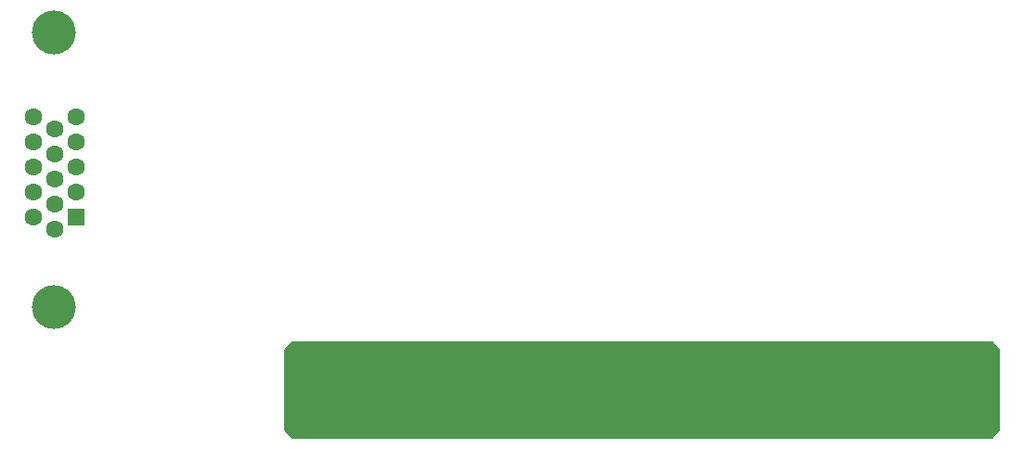
<source format=gbs>
%TF.GenerationSoftware,KiCad,Pcbnew,(5.1.10)-1*%
%TF.CreationDate,2023-04-17T01:05:29-04:00*%
%TF.ProjectId,V2-Analog-Rev1,56322d41-6e61-46c6-9f67-2d526576312e,rev?*%
%TF.SameCoordinates,Original*%
%TF.FileFunction,Soldermask,Bot*%
%TF.FilePolarity,Negative*%
%FSLAX46Y46*%
G04 Gerber Fmt 4.6, Leading zero omitted, Abs format (unit mm)*
G04 Created by KiCad (PCBNEW (5.1.10)-1) date 2023-04-17 01:05:29*
%MOMM*%
%LPD*%
G01*
G04 APERTURE LIST*
%ADD10C,4.000000*%
%ADD11C,1.600000*%
%ADD12R,1.600000X1.600000*%
%ADD13R,1.400000X8.000000*%
%ADD14C,0.254000*%
%ADD15C,0.100000*%
G04 APERTURE END LIST*
D10*
%TO.C,J2*%
X88485000Y-122569000D03*
X88485000Y-97569000D03*
D11*
X86575000Y-105224000D03*
X86575000Y-107514000D03*
X86575000Y-109804000D03*
X86575000Y-112094000D03*
X86575000Y-114384000D03*
X88555000Y-106369000D03*
X88555000Y-108659000D03*
X88555000Y-110949000D03*
X88555000Y-113239000D03*
X88555000Y-115529000D03*
X90535000Y-105224000D03*
X90535000Y-107514000D03*
X90535000Y-109804000D03*
X90535000Y-112094000D03*
D12*
X90535000Y-114384000D03*
%TD*%
D13*
%TO.C,J1*%
X172590000Y-130237500D03*
X170050000Y-130237500D03*
X167510000Y-130237500D03*
X164970000Y-130237500D03*
X162430000Y-130237500D03*
X159890000Y-130237500D03*
X157350000Y-130237500D03*
X154810000Y-130237500D03*
X152270000Y-130237500D03*
X149730000Y-130237500D03*
X147190000Y-130237500D03*
X144650000Y-130237500D03*
X142110000Y-130237500D03*
X139570000Y-130237500D03*
X137030000Y-130237500D03*
X134490000Y-130237500D03*
X131950000Y-130237500D03*
X129410000Y-130237500D03*
X126870000Y-130237500D03*
X124330000Y-130237500D03*
X121790000Y-130237500D03*
X119250000Y-130237500D03*
X116710000Y-130237500D03*
X114170000Y-130237500D03*
X111630000Y-130237500D03*
%TD*%
D14*
X174609000Y-126489606D02*
X174609000Y-133774394D01*
X173933394Y-134450000D01*
X110260606Y-134450000D01*
X109585000Y-133774394D01*
X109585000Y-126489606D01*
X110260606Y-125814000D01*
X173933394Y-125814000D01*
X174609000Y-126489606D01*
D15*
G36*
X174609000Y-126489606D02*
G01*
X174609000Y-133774394D01*
X173933394Y-134450000D01*
X110260606Y-134450000D01*
X109585000Y-133774394D01*
X109585000Y-126489606D01*
X110260606Y-125814000D01*
X173933394Y-125814000D01*
X174609000Y-126489606D01*
G37*
M02*

</source>
